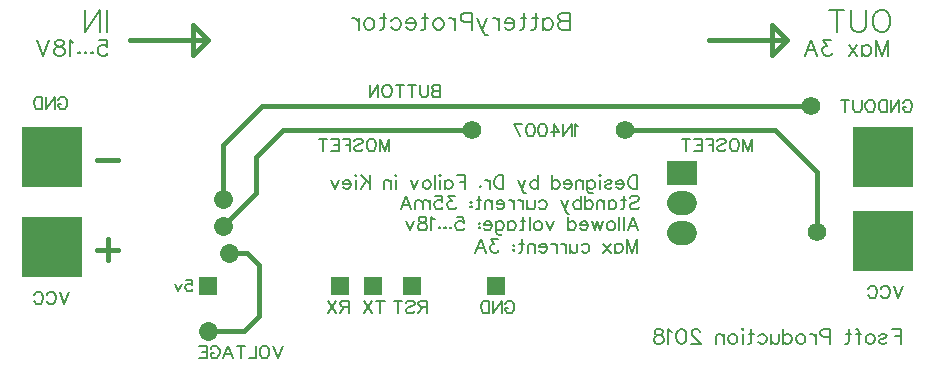
<source format=gbl>
G04 ---------------------------- Layer name :BOTTOM LAYER*
G04 EasyEDA v5.6.15, Thu, 09 Aug 2018 00:10:23 GMT*
G04 1eb12ba90bff44d893ac4b1b4a3eba8c*
G04 Gerber Generator version 0.2*
G04 Scale: 100 percent, Rotated: No, Reflected: No *
G04 Dimensions in millimeters *
G04 leading zeros omitted , absolute positions ,3 integer and 3 decimal *
%FSLAX33Y33*%
%MOMM*%
G90*
G71D02*

%ADD11C,0.399999*%
%ADD15C,0.177800*%
%ADD16C,0.203200*%
%ADD17C,0.178003*%
%ADD18C,1.575054*%
%ADD28R,2.499995X1.999996*%
%ADD29R,1.574800X1.574800*%
%ADD30R,1.574800X1.575054*%
%ADD31R,1.999996X1.999996*%
%ADD32C,1.574800*%
%ADD33C,1.999996*%
%ADD34C,1.575003*%

%LPD*%
G54D11*
G01X18034Y14478D02*
G01X18034Y19050D01*
G01X21336Y22352D01*
G01X68326Y22352D01*
G01X18542Y9906D02*
G01X20050Y9906D01*
G01X21079Y8879D01*
G01X21082Y4572D01*
G01X19812Y3302D01*
G01X16764Y3302D01*
G01X68326Y11684D02*
G01X68326Y16764D01*
G01X64770Y20320D01*
G01X52070Y20320D01*
G01X39116Y20320D02*
G01X23114Y20320D01*
G01X20828Y18034D01*
G01X20828Y14986D01*
G01X18034Y12192D01*
G01X59182Y27940D02*
G01X65786Y27940D01*
G01X64516Y29210D01*
G01X64516Y26670D01*
G01X65786Y27940D01*
G01X10160Y27940D02*
G01X16764Y27940D01*
G01X15494Y29210D01*
G01X15494Y26670D01*
G01X16764Y27940D01*
G01X7366Y17780D02*
G01X9144Y17780D01*
G01X7366Y10160D02*
G01X9144Y10160D01*
G01X8255Y9271D02*
G01X8255Y11049D01*
G54D17*
G01X36429Y24130D02*
G01X36429Y23080D01*
G01X36429Y24130D02*
G01X35979Y24130D01*
G01X35829Y24080D01*
G01X35779Y24030D01*
G01X35729Y23930D01*
G01X35729Y23830D01*
G01X35779Y23730D01*
G01X35829Y23680D01*
G01X35979Y23630D01*
G01X36429Y23630D02*
G01X35979Y23630D01*
G01X35829Y23580D01*
G01X35779Y23530D01*
G01X35729Y23430D01*
G01X35729Y23280D01*
G01X35779Y23180D01*
G01X35829Y23130D01*
G01X35979Y23080D01*
G01X36429Y23080D01*
G01X35399Y24130D02*
G01X35399Y23380D01*
G01X35349Y23230D01*
G01X35249Y23130D01*
G01X35099Y23080D01*
G01X34999Y23080D01*
G01X34849Y23130D01*
G01X34749Y23230D01*
G01X34699Y23380D01*
G01X34699Y24130D01*
G01X34019Y24130D02*
G01X34019Y23080D01*
G01X34369Y24130D02*
G01X33669Y24130D01*
G01X32989Y24130D02*
G01X32989Y23080D01*
G01X33339Y24130D02*
G01X32639Y24130D01*
G01X32009Y24130D02*
G01X32109Y24080D01*
G01X32209Y23980D01*
G01X32259Y23880D01*
G01X32309Y23730D01*
G01X32309Y23480D01*
G01X32259Y23330D01*
G01X32209Y23230D01*
G01X32109Y23130D01*
G01X32009Y23080D01*
G01X31809Y23080D01*
G01X31709Y23130D01*
G01X31609Y23230D01*
G01X31559Y23330D01*
G01X31509Y23480D01*
G01X31509Y23730D01*
G01X31559Y23880D01*
G01X31609Y23980D01*
G01X31709Y24080D01*
G01X31809Y24130D01*
G01X32009Y24130D01*
G01X31179Y24130D02*
G01X31179Y23080D01*
G01X31179Y24130D02*
G01X30479Y23080D01*
G01X30479Y24130D02*
G01X30479Y23080D01*
G01X62846Y19557D02*
G01X62846Y18507D01*
G01X62846Y19557D02*
G01X62446Y18507D01*
G01X62046Y19557D02*
G01X62446Y18507D01*
G01X62046Y19557D02*
G01X62046Y18507D01*
G01X61416Y19557D02*
G01X61516Y19507D01*
G01X61616Y19407D01*
G01X61665Y19307D01*
G01X61716Y19157D01*
G01X61716Y18907D01*
G01X61665Y18757D01*
G01X61616Y18657D01*
G01X61516Y18557D01*
G01X61416Y18507D01*
G01X61216Y18507D01*
G01X61116Y18557D01*
G01X61016Y18657D01*
G01X60965Y18757D01*
G01X60916Y18907D01*
G01X60916Y19157D01*
G01X60965Y19307D01*
G01X61016Y19407D01*
G01X61116Y19507D01*
G01X61216Y19557D01*
G01X61416Y19557D01*
G01X59886Y19407D02*
G01X59986Y19507D01*
G01X60135Y19557D01*
G01X60335Y19557D01*
G01X60486Y19507D01*
G01X60586Y19407D01*
G01X60586Y19307D01*
G01X60535Y19207D01*
G01X60486Y19157D01*
G01X60386Y19107D01*
G01X60086Y19007D01*
G01X59986Y18957D01*
G01X59935Y18907D01*
G01X59886Y18807D01*
G01X59886Y18657D01*
G01X59986Y18557D01*
G01X60135Y18507D01*
G01X60335Y18507D01*
G01X60486Y18557D01*
G01X60586Y18657D01*
G01X59555Y19557D02*
G01X59555Y18507D01*
G01X59555Y19557D02*
G01X58906Y19557D01*
G01X59555Y19057D02*
G01X59155Y19057D01*
G01X58576Y19557D02*
G01X58576Y18507D01*
G01X58576Y19557D02*
G01X57925Y19557D01*
G01X58576Y19057D02*
G01X58176Y19057D01*
G01X58576Y18507D02*
G01X57925Y18507D01*
G01X57246Y19557D02*
G01X57246Y18507D01*
G01X57595Y19557D02*
G01X56896Y19557D01*
G01X41938Y5592D02*
G01X41988Y5692D01*
G01X42088Y5792D01*
G01X42188Y5842D01*
G01X42388Y5842D01*
G01X42488Y5792D01*
G01X42588Y5692D01*
G01X42638Y5592D01*
G01X42688Y5442D01*
G01X42688Y5192D01*
G01X42638Y5042D01*
G01X42588Y4942D01*
G01X42488Y4842D01*
G01X42388Y4792D01*
G01X42188Y4792D01*
G01X42088Y4842D01*
G01X41988Y4942D01*
G01X41938Y5042D01*
G01X41938Y5192D01*
G01X42188Y5192D02*
G01X41938Y5192D01*
G01X41608Y5842D02*
G01X41608Y4792D01*
G01X41608Y5842D02*
G01X40908Y4792D01*
G01X40908Y5842D02*
G01X40908Y4792D01*
G01X40578Y5842D02*
G01X40578Y4792D01*
G01X40578Y5842D02*
G01X40228Y5842D01*
G01X40078Y5792D01*
G01X39978Y5692D01*
G01X39928Y5592D01*
G01X39878Y5442D01*
G01X39878Y5192D01*
G01X39928Y5042D01*
G01X39978Y4942D01*
G01X40078Y4842D01*
G01X40228Y4792D01*
G01X40578Y4792D01*
G01X35271Y5841D02*
G01X35271Y4791D01*
G01X35271Y5841D02*
G01X34821Y5841D01*
G01X34671Y5791D01*
G01X34621Y5741D01*
G01X34571Y5641D01*
G01X34571Y5541D01*
G01X34621Y5441D01*
G01X34671Y5391D01*
G01X34821Y5341D01*
G01X35271Y5341D01*
G01X34921Y5341D02*
G01X34571Y4791D01*
G01X33541Y5691D02*
G01X33641Y5791D01*
G01X33791Y5841D01*
G01X33991Y5841D01*
G01X34141Y5791D01*
G01X34241Y5691D01*
G01X34241Y5591D01*
G01X34191Y5491D01*
G01X34141Y5441D01*
G01X34041Y5391D01*
G01X33741Y5291D01*
G01X33641Y5241D01*
G01X33591Y5191D01*
G01X33541Y5091D01*
G01X33541Y4941D01*
G01X33641Y4841D01*
G01X33791Y4791D01*
G01X33991Y4791D01*
G01X34141Y4841D01*
G01X34241Y4941D01*
G01X32861Y5841D02*
G01X32861Y4791D01*
G01X33211Y5841D02*
G01X32511Y5841D01*
G01X31352Y5841D02*
G01X31352Y4791D01*
G01X31702Y5841D02*
G01X31002Y5841D01*
G01X30672Y5841D02*
G01X29972Y4791D01*
G01X29972Y5841D02*
G01X30672Y4791D01*
G01X28653Y5842D02*
G01X28653Y4791D01*
G01X28653Y5842D02*
G01X28203Y5842D01*
G01X28053Y5792D01*
G01X28003Y5742D01*
G01X27953Y5642D01*
G01X27953Y5542D01*
G01X28003Y5442D01*
G01X28053Y5392D01*
G01X28203Y5342D01*
G01X28653Y5342D01*
G01X28303Y5342D02*
G01X27953Y4791D01*
G01X27623Y5842D02*
G01X26923Y4791D01*
G01X26923Y5842D02*
G01X27623Y4791D01*
G01X4091Y22864D02*
G01X4141Y22964D01*
G01X4241Y23064D01*
G01X4341Y23114D01*
G01X4541Y23114D01*
G01X4641Y23064D01*
G01X4741Y22964D01*
G01X4791Y22864D01*
G01X4841Y22714D01*
G01X4841Y22464D01*
G01X4791Y22314D01*
G01X4741Y22214D01*
G01X4641Y22114D01*
G01X4541Y22064D01*
G01X4341Y22064D01*
G01X4241Y22114D01*
G01X4141Y22214D01*
G01X4091Y22314D01*
G01X4091Y22464D01*
G01X4341Y22464D02*
G01X4091Y22464D01*
G01X3761Y23114D02*
G01X3761Y22064D01*
G01X3761Y23114D02*
G01X3061Y22064D01*
G01X3061Y23114D02*
G01X3061Y22064D01*
G01X2731Y23114D02*
G01X2731Y22064D01*
G01X2731Y23114D02*
G01X2381Y23114D01*
G01X2231Y23064D01*
G01X2131Y22964D01*
G01X2081Y22864D01*
G01X2031Y22714D01*
G01X2031Y22464D01*
G01X2081Y22314D01*
G01X2131Y22214D01*
G01X2231Y22114D01*
G01X2381Y22064D01*
G01X2731Y22064D01*
G01X4991Y6603D02*
G01X4591Y5553D01*
G01X4191Y6603D02*
G01X4591Y5553D01*
G01X3111Y6353D02*
G01X3161Y6453D01*
G01X3261Y6553D01*
G01X3361Y6603D01*
G01X3561Y6603D01*
G01X3661Y6553D01*
G01X3761Y6453D01*
G01X3811Y6353D01*
G01X3861Y6203D01*
G01X3861Y5953D01*
G01X3811Y5803D01*
G01X3761Y5703D01*
G01X3661Y5603D01*
G01X3561Y5553D01*
G01X3361Y5553D01*
G01X3261Y5603D01*
G01X3161Y5703D01*
G01X3111Y5803D01*
G01X2032Y6353D02*
G01X2081Y6453D01*
G01X2181Y6553D01*
G01X2281Y6603D01*
G01X2481Y6603D01*
G01X2581Y6553D01*
G01X2681Y6453D01*
G01X2731Y6353D01*
G01X2781Y6203D01*
G01X2781Y5953D01*
G01X2731Y5803D01*
G01X2681Y5703D01*
G01X2581Y5603D01*
G01X2481Y5553D01*
G01X2281Y5553D01*
G01X2181Y5603D01*
G01X2081Y5703D01*
G01X2032Y5803D01*
G01X75603Y7112D02*
G01X75203Y6061D01*
G01X74803Y7112D02*
G01X75203Y6061D01*
G01X73723Y6861D02*
G01X73773Y6961D01*
G01X73873Y7061D01*
G01X73973Y7112D01*
G01X74173Y7112D01*
G01X74273Y7061D01*
G01X74373Y6961D01*
G01X74423Y6861D01*
G01X74473Y6712D01*
G01X74473Y6461D01*
G01X74423Y6312D01*
G01X74373Y6212D01*
G01X74273Y6112D01*
G01X74173Y6061D01*
G01X73973Y6061D01*
G01X73873Y6112D01*
G01X73773Y6212D01*
G01X73723Y6312D01*
G01X72643Y6861D02*
G01X72693Y6961D01*
G01X72793Y7061D01*
G01X72893Y7112D01*
G01X73093Y7112D01*
G01X73193Y7061D01*
G01X73293Y6961D01*
G01X73343Y6861D01*
G01X73393Y6712D01*
G01X73393Y6461D01*
G01X73343Y6312D01*
G01X73293Y6212D01*
G01X73193Y6112D01*
G01X73093Y6061D01*
G01X72893Y6061D01*
G01X72793Y6112D01*
G01X72693Y6212D01*
G01X72643Y6312D01*
G01X75608Y22609D02*
G01X75658Y22709D01*
G01X75758Y22809D01*
G01X75858Y22860D01*
G01X76058Y22860D01*
G01X76158Y22809D01*
G01X76258Y22709D01*
G01X76308Y22609D01*
G01X76358Y22460D01*
G01X76358Y22209D01*
G01X76308Y22060D01*
G01X76258Y21960D01*
G01X76158Y21860D01*
G01X76058Y21809D01*
G01X75858Y21809D01*
G01X75758Y21860D01*
G01X75658Y21960D01*
G01X75608Y22060D01*
G01X75608Y22209D01*
G01X75858Y22209D02*
G01X75608Y22209D01*
G01X75278Y22860D02*
G01X75278Y21809D01*
G01X75278Y22860D02*
G01X74578Y21809D01*
G01X74578Y22860D02*
G01X74578Y21809D01*
G01X74248Y22860D02*
G01X74248Y21809D01*
G01X74248Y22860D02*
G01X73898Y22860D01*
G01X73748Y22809D01*
G01X73648Y22709D01*
G01X73598Y22609D01*
G01X73548Y22460D01*
G01X73548Y22209D01*
G01X73598Y22060D01*
G01X73648Y21960D01*
G01X73748Y21860D01*
G01X73898Y21809D01*
G01X74248Y21809D01*
G01X72918Y22860D02*
G01X73018Y22809D01*
G01X73118Y22709D01*
G01X73168Y22609D01*
G01X73218Y22460D01*
G01X73218Y22209D01*
G01X73168Y22060D01*
G01X73118Y21960D01*
G01X73018Y21860D01*
G01X72918Y21809D01*
G01X72718Y21809D01*
G01X72618Y21860D01*
G01X72518Y21960D01*
G01X72468Y22060D01*
G01X72418Y22209D01*
G01X72418Y22460D01*
G01X72468Y22609D01*
G01X72518Y22709D01*
G01X72618Y22809D01*
G01X72718Y22860D01*
G01X72918Y22860D01*
G01X72088Y22860D02*
G01X72088Y22109D01*
G01X72038Y21960D01*
G01X71938Y21860D01*
G01X71788Y21809D01*
G01X71688Y21809D01*
G01X71538Y21860D01*
G01X71438Y21960D01*
G01X71388Y22109D01*
G01X71388Y22860D01*
G01X70708Y22860D02*
G01X70708Y21809D01*
G01X71058Y22860D02*
G01X70358Y22860D01*
G01X23081Y2031D02*
G01X22681Y981D01*
G01X22281Y2031D02*
G01X22681Y981D01*
G01X21652Y2031D02*
G01X21752Y1981D01*
G01X21852Y1881D01*
G01X21901Y1781D01*
G01X21952Y1631D01*
G01X21952Y1381D01*
G01X21901Y1231D01*
G01X21852Y1131D01*
G01X21752Y1031D01*
G01X21652Y981D01*
G01X21452Y981D01*
G01X21352Y1031D01*
G01X21252Y1131D01*
G01X21201Y1231D01*
G01X21152Y1381D01*
G01X21152Y1631D01*
G01X21201Y1781D01*
G01X21252Y1881D01*
G01X21352Y1981D01*
G01X21452Y2031D01*
G01X21652Y2031D01*
G01X20822Y2031D02*
G01X20822Y981D01*
G01X20822Y981D02*
G01X20222Y981D01*
G01X19541Y2031D02*
G01X19541Y981D01*
G01X19892Y2031D02*
G01X19192Y2031D01*
G01X18462Y2031D02*
G01X18862Y981D01*
G01X18462Y2031D02*
G01X18062Y981D01*
G01X18712Y1331D02*
G01X18212Y1331D01*
G01X16982Y1781D02*
G01X17031Y1881D01*
G01X17131Y1981D01*
G01X17231Y2031D01*
G01X17431Y2031D01*
G01X17531Y1981D01*
G01X17631Y1881D01*
G01X17682Y1781D01*
G01X17731Y1631D01*
G01X17731Y1381D01*
G01X17682Y1231D01*
G01X17631Y1131D01*
G01X17531Y1031D01*
G01X17431Y981D01*
G01X17231Y981D01*
G01X17131Y1031D01*
G01X17031Y1131D01*
G01X16982Y1231D01*
G01X16982Y1381D01*
G01X17231Y1381D02*
G01X16982Y1381D01*
G01X16652Y2031D02*
G01X16652Y981D01*
G01X16652Y2031D02*
G01X16002Y2031D01*
G01X16652Y1531D02*
G01X16252Y1531D01*
G01X16652Y981D02*
G01X16002Y981D01*
G54D15*
G01X14906Y7619D02*
G01X15360Y7619D01*
G01X15406Y7210D01*
G01X15360Y7256D01*
G01X15224Y7301D01*
G01X15088Y7301D01*
G01X14951Y7256D01*
G01X14860Y7165D01*
G01X14815Y7029D01*
G01X14815Y6938D01*
G01X14860Y6801D01*
G01X14951Y6710D01*
G01X15088Y6665D01*
G01X15224Y6665D01*
G01X15360Y6710D01*
G01X15406Y6756D01*
G01X15451Y6847D01*
G01X14515Y7301D02*
G01X14242Y6665D01*
G01X13970Y7301D02*
G01X14242Y6665D01*
G54D17*
G01X47365Y30226D02*
G01X47365Y28794D01*
G01X47365Y30226D02*
G01X46751Y30226D01*
G01X46546Y30157D01*
G01X46478Y30089D01*
G01X46410Y29953D01*
G01X46410Y29816D01*
G01X46478Y29680D01*
G01X46546Y29612D01*
G01X46751Y29544D01*
G01X47365Y29544D02*
G01X46751Y29544D01*
G01X46546Y29475D01*
G01X46478Y29407D01*
G01X46410Y29271D01*
G01X46410Y29066D01*
G01X46478Y28930D01*
G01X46546Y28862D01*
G01X46751Y28794D01*
G01X47365Y28794D01*
G01X45142Y29748D02*
G01X45142Y28794D01*
G01X45142Y29544D02*
G01X45278Y29680D01*
G01X45415Y29748D01*
G01X45619Y29748D01*
G01X45755Y29680D01*
G01X45892Y29544D01*
G01X45960Y29339D01*
G01X45960Y29203D01*
G01X45892Y28998D01*
G01X45755Y28862D01*
G01X45619Y28794D01*
G01X45415Y28794D01*
G01X45278Y28862D01*
G01X45142Y28998D01*
G01X44487Y30226D02*
G01X44487Y29066D01*
G01X44419Y28862D01*
G01X44283Y28794D01*
G01X44146Y28794D01*
G01X44692Y29748D02*
G01X44215Y29748D01*
G01X43492Y30226D02*
G01X43492Y29066D01*
G01X43424Y28862D01*
G01X43287Y28794D01*
G01X43151Y28794D01*
G01X43696Y29748D02*
G01X43219Y29748D01*
G01X42701Y29339D02*
G01X41883Y29339D01*
G01X41883Y29475D01*
G01X41951Y29612D01*
G01X42019Y29680D01*
G01X42155Y29748D01*
G01X42360Y29748D01*
G01X42496Y29680D01*
G01X42633Y29544D01*
G01X42701Y29339D01*
G01X42701Y29203D01*
G01X42633Y28998D01*
G01X42496Y28862D01*
G01X42360Y28794D01*
G01X42155Y28794D01*
G01X42019Y28862D01*
G01X41883Y28998D01*
G01X41433Y29748D02*
G01X41433Y28794D01*
G01X41433Y29339D02*
G01X41365Y29544D01*
G01X41228Y29680D01*
G01X41092Y29748D01*
G01X40887Y29748D01*
G01X40369Y29748D02*
G01X39960Y28794D01*
G01X39551Y29748D02*
G01X39960Y28794D01*
G01X40096Y28521D01*
G01X40233Y28385D01*
G01X40369Y28316D01*
G01X40437Y28316D01*
G01X39101Y30226D02*
G01X39101Y28794D01*
G01X39101Y30226D02*
G01X38487Y30226D01*
G01X38283Y30157D01*
G01X38215Y30089D01*
G01X38146Y29953D01*
G01X38146Y29748D01*
G01X38215Y29612D01*
G01X38283Y29544D01*
G01X38487Y29475D01*
G01X39101Y29475D01*
G01X37696Y29748D02*
G01X37696Y28794D01*
G01X37696Y29339D02*
G01X37628Y29544D01*
G01X37492Y29680D01*
G01X37356Y29748D01*
G01X37151Y29748D01*
G01X36360Y29748D02*
G01X36496Y29680D01*
G01X36633Y29544D01*
G01X36701Y29339D01*
G01X36701Y29203D01*
G01X36633Y28998D01*
G01X36496Y28862D01*
G01X36360Y28794D01*
G01X36156Y28794D01*
G01X36019Y28862D01*
G01X35883Y28998D01*
G01X35815Y29203D01*
G01X35815Y29339D01*
G01X35883Y29544D01*
G01X36019Y29680D01*
G01X36156Y29748D01*
G01X36360Y29748D01*
G01X35160Y30226D02*
G01X35160Y29066D01*
G01X35092Y28862D01*
G01X34956Y28794D01*
G01X34819Y28794D01*
G01X35365Y29748D02*
G01X34887Y29748D01*
G01X34369Y29339D02*
G01X33551Y29339D01*
G01X33551Y29475D01*
G01X33619Y29612D01*
G01X33687Y29680D01*
G01X33824Y29748D01*
G01X34028Y29748D01*
G01X34165Y29680D01*
G01X34301Y29544D01*
G01X34369Y29339D01*
G01X34369Y29203D01*
G01X34301Y28998D01*
G01X34165Y28862D01*
G01X34028Y28794D01*
G01X33824Y28794D01*
G01X33687Y28862D01*
G01X33551Y28998D01*
G01X32283Y29544D02*
G01X32419Y29680D01*
G01X32556Y29748D01*
G01X32760Y29748D01*
G01X32896Y29680D01*
G01X33033Y29544D01*
G01X33101Y29339D01*
G01X33101Y29203D01*
G01X33033Y28998D01*
G01X32896Y28862D01*
G01X32760Y28794D01*
G01X32556Y28794D01*
G01X32419Y28862D01*
G01X32283Y28998D01*
G01X31628Y30226D02*
G01X31628Y29066D01*
G01X31560Y28862D01*
G01X31424Y28794D01*
G01X31287Y28794D01*
G01X31833Y29748D02*
G01X31356Y29748D01*
G01X30496Y29748D02*
G01X30633Y29680D01*
G01X30769Y29544D01*
G01X30837Y29339D01*
G01X30837Y29203D01*
G01X30769Y28998D01*
G01X30633Y28862D01*
G01X30496Y28794D01*
G01X30292Y28794D01*
G01X30156Y28862D01*
G01X30019Y28998D01*
G01X29951Y29203D01*
G01X29951Y29339D01*
G01X30019Y29544D01*
G01X30156Y29680D01*
G01X30292Y29748D01*
G01X30496Y29748D01*
G01X29501Y29748D02*
G01X29501Y28794D01*
G01X29501Y29339D02*
G01X29433Y29544D01*
G01X29296Y29680D01*
G01X29160Y29748D01*
G01X28956Y29748D01*
G54D16*
G01X53108Y16455D02*
G01X53108Y15309D01*
G01X53108Y16455D02*
G01X52727Y16455D01*
G01X52563Y16400D01*
G01X52454Y16291D01*
G01X52399Y16182D01*
G01X52345Y16019D01*
G01X52345Y15746D01*
G01X52399Y15582D01*
G01X52454Y15473D01*
G01X52563Y15364D01*
G01X52727Y15309D01*
G01X53108Y15309D01*
G01X51985Y15746D02*
G01X51330Y15746D01*
G01X51330Y15855D01*
G01X51385Y15964D01*
G01X51439Y16019D01*
G01X51548Y16073D01*
G01X51712Y16073D01*
G01X51821Y16019D01*
G01X51930Y15909D01*
G01X51985Y15746D01*
G01X51985Y15637D01*
G01X51930Y15473D01*
G01X51821Y15364D01*
G01X51712Y15309D01*
G01X51548Y15309D01*
G01X51439Y15364D01*
G01X51330Y15473D01*
G01X50370Y15909D02*
G01X50425Y16019D01*
G01X50588Y16073D01*
G01X50752Y16073D01*
G01X50916Y16019D01*
G01X50970Y15909D01*
G01X50916Y15800D01*
G01X50807Y15746D01*
G01X50534Y15691D01*
G01X50425Y15637D01*
G01X50370Y15528D01*
G01X50370Y15473D01*
G01X50425Y15364D01*
G01X50588Y15309D01*
G01X50752Y15309D01*
G01X50916Y15364D01*
G01X50970Y15473D01*
G01X50010Y16455D02*
G01X49956Y16400D01*
G01X49901Y16455D01*
G01X49956Y16509D01*
G01X50010Y16455D01*
G01X49956Y16073D02*
G01X49956Y15309D01*
G01X48887Y16073D02*
G01X48887Y15200D01*
G01X48941Y15037D01*
G01X48996Y14982D01*
G01X49105Y14928D01*
G01X49268Y14928D01*
G01X49377Y14982D01*
G01X48887Y15909D02*
G01X48996Y16019D01*
G01X49105Y16073D01*
G01X49268Y16073D01*
G01X49377Y16019D01*
G01X49487Y15909D01*
G01X49541Y15746D01*
G01X49541Y15637D01*
G01X49487Y15473D01*
G01X49377Y15364D01*
G01X49268Y15309D01*
G01X49105Y15309D01*
G01X48996Y15364D01*
G01X48887Y15473D01*
G01X48527Y16073D02*
G01X48527Y15309D01*
G01X48527Y15855D02*
G01X48363Y16019D01*
G01X48254Y16073D01*
G01X48090Y16073D01*
G01X47981Y16019D01*
G01X47927Y15855D01*
G01X47927Y15309D01*
G01X47567Y15746D02*
G01X46912Y15746D01*
G01X46912Y15855D01*
G01X46967Y15964D01*
G01X47021Y16019D01*
G01X47130Y16073D01*
G01X47294Y16073D01*
G01X47403Y16019D01*
G01X47512Y15909D01*
G01X47567Y15746D01*
G01X47567Y15637D01*
G01X47512Y15473D01*
G01X47403Y15364D01*
G01X47294Y15309D01*
G01X47130Y15309D01*
G01X47021Y15364D01*
G01X46912Y15473D01*
G01X45897Y16455D02*
G01X45897Y15309D01*
G01X45897Y15909D02*
G01X46007Y16019D01*
G01X46116Y16073D01*
G01X46279Y16073D01*
G01X46388Y16019D01*
G01X46497Y15909D01*
G01X46552Y15746D01*
G01X46552Y15637D01*
G01X46497Y15473D01*
G01X46388Y15364D01*
G01X46279Y15309D01*
G01X46116Y15309D01*
G01X46007Y15364D01*
G01X45897Y15473D01*
G01X44697Y16455D02*
G01X44697Y15309D01*
G01X44697Y15909D02*
G01X44588Y16019D01*
G01X44479Y16073D01*
G01X44316Y16073D01*
G01X44207Y16019D01*
G01X44097Y15909D01*
G01X44043Y15746D01*
G01X44043Y15637D01*
G01X44097Y15473D01*
G01X44207Y15364D01*
G01X44316Y15309D01*
G01X44479Y15309D01*
G01X44588Y15364D01*
G01X44697Y15473D01*
G01X43628Y16073D02*
G01X43301Y15309D01*
G01X42974Y16073D02*
G01X43301Y15309D01*
G01X43410Y15091D01*
G01X43519Y14982D01*
G01X43628Y14928D01*
G01X43683Y14928D01*
G01X41774Y16455D02*
G01X41774Y15309D01*
G01X41774Y16455D02*
G01X41392Y16455D01*
G01X41228Y16400D01*
G01X41119Y16291D01*
G01X41065Y16182D01*
G01X41010Y16019D01*
G01X41010Y15746D01*
G01X41065Y15582D01*
G01X41119Y15473D01*
G01X41228Y15364D01*
G01X41392Y15309D01*
G01X41774Y15309D01*
G01X40650Y16073D02*
G01X40650Y15309D01*
G01X40650Y15746D02*
G01X40596Y15909D01*
G01X40487Y16019D01*
G01X40377Y16073D01*
G01X40214Y16073D01*
G01X39799Y15582D02*
G01X39854Y15528D01*
G01X39799Y15473D01*
G01X39745Y15528D01*
G01X39799Y15582D01*
G01X38545Y16455D02*
G01X38545Y15309D01*
G01X38545Y16455D02*
G01X37836Y16455D01*
G01X38545Y15909D02*
G01X38108Y15909D01*
G01X36821Y16073D02*
G01X36821Y15309D01*
G01X36821Y15909D02*
G01X36930Y16019D01*
G01X37039Y16073D01*
G01X37203Y16073D01*
G01X37312Y16019D01*
G01X37421Y15909D01*
G01X37476Y15746D01*
G01X37476Y15637D01*
G01X37421Y15473D01*
G01X37312Y15364D01*
G01X37203Y15309D01*
G01X37039Y15309D01*
G01X36930Y15364D01*
G01X36821Y15473D01*
G01X36461Y16455D02*
G01X36407Y16400D01*
G01X36352Y16455D01*
G01X36407Y16509D01*
G01X36461Y16455D01*
G01X36407Y16073D02*
G01X36407Y15309D01*
G01X35992Y16455D02*
G01X35992Y15309D01*
G01X35359Y16073D02*
G01X35468Y16019D01*
G01X35578Y15909D01*
G01X35632Y15746D01*
G01X35632Y15637D01*
G01X35578Y15473D01*
G01X35468Y15364D01*
G01X35359Y15309D01*
G01X35196Y15309D01*
G01X35087Y15364D01*
G01X34978Y15473D01*
G01X34923Y15637D01*
G01X34923Y15746D01*
G01X34978Y15909D01*
G01X35087Y16019D01*
G01X35196Y16073D01*
G01X35359Y16073D01*
G01X34563Y16073D02*
G01X34236Y15309D01*
G01X33908Y16073D02*
G01X34236Y15309D01*
G01X32708Y16455D02*
G01X32654Y16400D01*
G01X32599Y16455D01*
G01X32654Y16509D01*
G01X32708Y16455D01*
G01X32654Y16073D02*
G01X32654Y15309D01*
G01X32239Y16073D02*
G01X32239Y15309D01*
G01X32239Y15855D02*
G01X32076Y16019D01*
G01X31967Y16073D01*
G01X31803Y16073D01*
G01X31694Y16019D01*
G01X31639Y15855D01*
G01X31639Y15309D01*
G01X30439Y16455D02*
G01X30439Y15309D01*
G01X29676Y16455D02*
G01X30439Y15691D01*
G01X30167Y15964D02*
G01X29676Y15309D01*
G01X29316Y16455D02*
G01X29261Y16400D01*
G01X29207Y16455D01*
G01X29261Y16509D01*
G01X29316Y16455D01*
G01X29261Y16073D02*
G01X29261Y15309D01*
G01X28847Y15746D02*
G01X28192Y15746D01*
G01X28192Y15855D01*
G01X28247Y15964D01*
G01X28301Y16019D01*
G01X28410Y16073D01*
G01X28574Y16073D01*
G01X28683Y16019D01*
G01X28792Y15909D01*
G01X28847Y15746D01*
G01X28847Y15637D01*
G01X28792Y15473D01*
G01X28683Y15364D01*
G01X28574Y15309D01*
G01X28410Y15309D01*
G01X28301Y15364D01*
G01X28192Y15473D01*
G01X27832Y16073D02*
G01X27505Y15309D01*
G01X27178Y16073D02*
G01X27505Y15309D01*
G01X75412Y3455D02*
G01X75412Y2214D01*
G01X75412Y3455D02*
G01X74644Y3455D01*
G01X75412Y2864D02*
G01X74940Y2864D01*
G01X73604Y2864D02*
G01X73663Y2982D01*
G01X73841Y3041D01*
G01X74018Y3041D01*
G01X74195Y2982D01*
G01X74254Y2864D01*
G01X74195Y2746D01*
G01X74077Y2687D01*
G01X73781Y2628D01*
G01X73663Y2569D01*
G01X73604Y2451D01*
G01X73604Y2391D01*
G01X73663Y2273D01*
G01X73841Y2214D01*
G01X74018Y2214D01*
G01X74195Y2273D01*
G01X74254Y2391D01*
G01X72919Y3041D02*
G01X73037Y2982D01*
G01X73155Y2864D01*
G01X73214Y2687D01*
G01X73214Y2569D01*
G01X73155Y2391D01*
G01X73037Y2273D01*
G01X72919Y2214D01*
G01X72741Y2214D01*
G01X72623Y2273D01*
G01X72505Y2391D01*
G01X72446Y2569D01*
G01X72446Y2687D01*
G01X72505Y2864D01*
G01X72623Y2982D01*
G01X72741Y3041D01*
G01X72919Y3041D01*
G01X71583Y3455D02*
G01X71701Y3455D01*
G01X71820Y3396D01*
G01X71879Y3219D01*
G01X71879Y2214D01*
G01X72056Y3041D02*
G01X71642Y3041D01*
G01X71016Y3455D02*
G01X71016Y2451D01*
G01X70957Y2273D01*
G01X70839Y2214D01*
G01X70721Y2214D01*
G01X71193Y3041D02*
G01X70780Y3041D01*
G01X69421Y3455D02*
G01X69421Y2214D01*
G01X69421Y3455D02*
G01X68889Y3455D01*
G01X68711Y3396D01*
G01X68652Y3337D01*
G01X68593Y3219D01*
G01X68593Y3041D01*
G01X68652Y2923D01*
G01X68711Y2864D01*
G01X68889Y2805D01*
G01X69421Y2805D01*
G01X68203Y3041D02*
G01X68203Y2214D01*
G01X68203Y2687D02*
G01X68144Y2864D01*
G01X68026Y2982D01*
G01X67908Y3041D01*
G01X67731Y3041D01*
G01X67045Y3041D02*
G01X67163Y2982D01*
G01X67281Y2864D01*
G01X67341Y2687D01*
G01X67341Y2569D01*
G01X67281Y2391D01*
G01X67163Y2273D01*
G01X67045Y2214D01*
G01X66868Y2214D01*
G01X66750Y2273D01*
G01X66631Y2391D01*
G01X66572Y2569D01*
G01X66572Y2687D01*
G01X66631Y2864D01*
G01X66750Y2982D01*
G01X66868Y3041D01*
G01X67045Y3041D01*
G01X65473Y3455D02*
G01X65473Y2214D01*
G01X65473Y2864D02*
G01X65591Y2982D01*
G01X65710Y3041D01*
G01X65887Y3041D01*
G01X66005Y2982D01*
G01X66123Y2864D01*
G01X66182Y2687D01*
G01X66182Y2569D01*
G01X66123Y2391D01*
G01X66005Y2273D01*
G01X65887Y2214D01*
G01X65710Y2214D01*
G01X65591Y2273D01*
G01X65473Y2391D01*
G01X65083Y3041D02*
G01X65083Y2451D01*
G01X65024Y2273D01*
G01X64906Y2214D01*
G01X64729Y2214D01*
G01X64611Y2273D01*
G01X64433Y2451D01*
G01X64433Y3041D02*
G01X64433Y2214D01*
G01X63334Y2864D02*
G01X63452Y2982D01*
G01X63571Y3041D01*
G01X63748Y3041D01*
G01X63866Y2982D01*
G01X63984Y2864D01*
G01X64043Y2687D01*
G01X64043Y2569D01*
G01X63984Y2391D01*
G01X63866Y2273D01*
G01X63748Y2214D01*
G01X63571Y2214D01*
G01X63452Y2273D01*
G01X63334Y2391D01*
G01X62767Y3455D02*
G01X62767Y2451D01*
G01X62708Y2273D01*
G01X62590Y2214D01*
G01X62471Y2214D01*
G01X62944Y3041D02*
G01X62531Y3041D01*
G01X62081Y3455D02*
G01X62022Y3396D01*
G01X61963Y3455D01*
G01X62022Y3514D01*
G01X62081Y3455D01*
G01X62022Y3041D02*
G01X62022Y2214D01*
G01X61278Y3041D02*
G01X61396Y2982D01*
G01X61514Y2864D01*
G01X61573Y2687D01*
G01X61573Y2569D01*
G01X61514Y2391D01*
G01X61396Y2273D01*
G01X61278Y2214D01*
G01X61101Y2214D01*
G01X60982Y2273D01*
G01X60864Y2391D01*
G01X60805Y2569D01*
G01X60805Y2687D01*
G01X60864Y2864D01*
G01X60982Y2982D01*
G01X61101Y3041D01*
G01X61278Y3041D01*
G01X60415Y3041D02*
G01X60415Y2214D01*
G01X60415Y2805D02*
G01X60238Y2982D01*
G01X60120Y3041D01*
G01X59942Y3041D01*
G01X59824Y2982D01*
G01X59765Y2805D01*
G01X59765Y2214D01*
G01X58406Y3160D02*
G01X58406Y3219D01*
G01X58347Y3337D01*
G01X58288Y3396D01*
G01X58170Y3455D01*
G01X57933Y3455D01*
G01X57815Y3396D01*
G01X57756Y3337D01*
G01X57697Y3219D01*
G01X57697Y3101D01*
G01X57756Y2982D01*
G01X57874Y2805D01*
G01X58465Y2214D01*
G01X57638Y2214D01*
G01X56893Y3455D02*
G01X57071Y3396D01*
G01X57189Y3219D01*
G01X57248Y2923D01*
G01X57248Y2746D01*
G01X57189Y2451D01*
G01X57071Y2273D01*
G01X56893Y2214D01*
G01X56775Y2214D01*
G01X56598Y2273D01*
G01X56480Y2451D01*
G01X56421Y2746D01*
G01X56421Y2923D01*
G01X56480Y3219D01*
G01X56598Y3396D01*
G01X56775Y3455D01*
G01X56893Y3455D01*
G01X56031Y3219D02*
G01X55912Y3278D01*
G01X55735Y3455D01*
G01X55735Y2214D01*
G01X55050Y3455D02*
G01X55227Y3396D01*
G01X55286Y3278D01*
G01X55286Y3160D01*
G01X55227Y3041D01*
G01X55109Y2982D01*
G01X54872Y2923D01*
G01X54695Y2864D01*
G01X54577Y2746D01*
G01X54518Y2628D01*
G01X54518Y2451D01*
G01X54577Y2332D01*
G01X54636Y2273D01*
G01X54813Y2214D01*
G01X55050Y2214D01*
G01X55227Y2273D01*
G01X55286Y2332D01*
G01X55345Y2451D01*
G01X55345Y2628D01*
G01X55286Y2746D01*
G01X55168Y2864D01*
G01X54991Y2923D01*
G01X54754Y2982D01*
G01X54636Y3041D01*
G01X54577Y3160D01*
G01X54577Y3278D01*
G01X54636Y3396D01*
G01X54813Y3455D01*
G01X55050Y3455D01*
G01X52488Y14568D02*
G01X52597Y14677D01*
G01X52761Y14732D01*
G01X52979Y14732D01*
G01X53143Y14677D01*
G01X53252Y14568D01*
G01X53252Y14459D01*
G01X53197Y14350D01*
G01X53143Y14295D01*
G01X53033Y14241D01*
G01X52706Y14132D01*
G01X52597Y14077D01*
G01X52543Y14022D01*
G01X52488Y13913D01*
G01X52488Y13750D01*
G01X52597Y13641D01*
G01X52761Y13586D01*
G01X52979Y13586D01*
G01X53143Y13641D01*
G01X53252Y13750D01*
G01X51964Y14732D02*
G01X51964Y13804D01*
G01X51910Y13641D01*
G01X51801Y13586D01*
G01X51692Y13586D01*
G01X52128Y14350D02*
G01X51746Y14350D01*
G01X50677Y14350D02*
G01X50677Y13586D01*
G01X50677Y14186D02*
G01X50786Y14295D01*
G01X50895Y14350D01*
G01X51059Y14350D01*
G01X51168Y14295D01*
G01X51277Y14186D01*
G01X51332Y14022D01*
G01X51332Y13913D01*
G01X51277Y13750D01*
G01X51168Y13641D01*
G01X51059Y13586D01*
G01X50895Y13586D01*
G01X50786Y13641D01*
G01X50677Y13750D01*
G01X50317Y14350D02*
G01X50317Y13586D01*
G01X50317Y14132D02*
G01X50154Y14295D01*
G01X50044Y14350D01*
G01X49881Y14350D01*
G01X49772Y14295D01*
G01X49717Y14132D01*
G01X49717Y13586D01*
G01X48703Y14732D02*
G01X48703Y13586D01*
G01X48703Y14186D02*
G01X48812Y14295D01*
G01X48921Y14350D01*
G01X49084Y14350D01*
G01X49193Y14295D01*
G01X49303Y14186D01*
G01X49357Y14022D01*
G01X49357Y13913D01*
G01X49303Y13750D01*
G01X49193Y13641D01*
G01X49084Y13586D01*
G01X48921Y13586D01*
G01X48812Y13641D01*
G01X48703Y13750D01*
G01X48343Y14732D02*
G01X48343Y13586D01*
G01X48343Y14186D02*
G01X48233Y14295D01*
G01X48124Y14350D01*
G01X47961Y14350D01*
G01X47852Y14295D01*
G01X47743Y14186D01*
G01X47688Y14022D01*
G01X47688Y13913D01*
G01X47743Y13750D01*
G01X47852Y13641D01*
G01X47961Y13586D01*
G01X48124Y13586D01*
G01X48233Y13641D01*
G01X48343Y13750D01*
G01X47273Y14350D02*
G01X46946Y13586D01*
G01X46619Y14350D02*
G01X46946Y13586D01*
G01X47055Y13368D01*
G01X47164Y13259D01*
G01X47273Y13204D01*
G01X47328Y13204D01*
G01X44764Y14186D02*
G01X44874Y14295D01*
G01X44983Y14350D01*
G01X45146Y14350D01*
G01X45255Y14295D01*
G01X45364Y14186D01*
G01X45419Y14022D01*
G01X45419Y13913D01*
G01X45364Y13750D01*
G01X45255Y13641D01*
G01X45146Y13586D01*
G01X44983Y13586D01*
G01X44874Y13641D01*
G01X44764Y13750D01*
G01X44404Y14350D02*
G01X44404Y13804D01*
G01X44350Y13641D01*
G01X44241Y13586D01*
G01X44077Y13586D01*
G01X43968Y13641D01*
G01X43804Y13804D01*
G01X43804Y14350D02*
G01X43804Y13586D01*
G01X43444Y14350D02*
G01X43444Y13586D01*
G01X43444Y14022D02*
G01X43390Y14186D01*
G01X43281Y14295D01*
G01X43172Y14350D01*
G01X43008Y14350D01*
G01X42648Y14350D02*
G01X42648Y13586D01*
G01X42648Y14022D02*
G01X42593Y14186D01*
G01X42484Y14295D01*
G01X42375Y14350D01*
G01X42212Y14350D01*
G01X41852Y14022D02*
G01X41197Y14022D01*
G01X41197Y14132D01*
G01X41252Y14241D01*
G01X41306Y14295D01*
G01X41415Y14350D01*
G01X41579Y14350D01*
G01X41688Y14295D01*
G01X41797Y14186D01*
G01X41852Y14022D01*
G01X41852Y13913D01*
G01X41797Y13750D01*
G01X41688Y13641D01*
G01X41579Y13586D01*
G01X41415Y13586D01*
G01X41306Y13641D01*
G01X41197Y13750D01*
G01X40837Y14350D02*
G01X40837Y13586D01*
G01X40837Y14132D02*
G01X40674Y14295D01*
G01X40564Y14350D01*
G01X40401Y14350D01*
G01X40292Y14295D01*
G01X40237Y14132D01*
G01X40237Y13586D01*
G01X39714Y14732D02*
G01X39714Y13804D01*
G01X39659Y13641D01*
G01X39550Y13586D01*
G01X39441Y13586D01*
G01X39877Y14350D02*
G01X39495Y14350D01*
G01X39026Y14241D02*
G01X39081Y14186D01*
G01X39026Y14132D01*
G01X38972Y14186D01*
G01X39026Y14241D01*
G01X39026Y13859D02*
G01X39081Y13804D01*
G01X39026Y13750D01*
G01X38972Y13804D01*
G01X39026Y13859D01*
G01X37663Y14732D02*
G01X37063Y14732D01*
G01X37390Y14295D01*
G01X37226Y14295D01*
G01X37117Y14241D01*
G01X37063Y14186D01*
G01X37008Y14022D01*
G01X37008Y13913D01*
G01X37063Y13750D01*
G01X37172Y13641D01*
G01X37335Y13586D01*
G01X37499Y13586D01*
G01X37663Y13641D01*
G01X37717Y13695D01*
G01X37772Y13804D01*
G01X35994Y14732D02*
G01X36539Y14732D01*
G01X36594Y14241D01*
G01X36539Y14295D01*
G01X36375Y14350D01*
G01X36212Y14350D01*
G01X36048Y14295D01*
G01X35939Y14186D01*
G01X35884Y14022D01*
G01X35884Y13913D01*
G01X35939Y13750D01*
G01X36048Y13641D01*
G01X36212Y13586D01*
G01X36375Y13586D01*
G01X36539Y13641D01*
G01X36594Y13695D01*
G01X36648Y13804D01*
G01X35524Y14350D02*
G01X35524Y13586D01*
G01X35524Y14132D02*
G01X35361Y14295D01*
G01X35252Y14350D01*
G01X35088Y14350D01*
G01X34979Y14295D01*
G01X34924Y14132D01*
G01X34924Y13586D01*
G01X34924Y14132D02*
G01X34761Y14295D01*
G01X34652Y14350D01*
G01X34488Y14350D01*
G01X34379Y14295D01*
G01X34324Y14132D01*
G01X34324Y13586D01*
G01X33528Y14732D02*
G01X33964Y13586D01*
G01X33528Y14732D02*
G01X33092Y13586D01*
G01X33801Y13968D02*
G01X33255Y13968D01*
G01X52749Y12954D02*
G01X53186Y11808D01*
G01X52749Y12954D02*
G01X52313Y11808D01*
G01X53022Y12190D02*
G01X52477Y12190D01*
G01X51953Y12954D02*
G01X51953Y11808D01*
G01X51593Y12954D02*
G01X51593Y11808D01*
G01X50960Y12572D02*
G01X51069Y12517D01*
G01X51178Y12408D01*
G01X51233Y12244D01*
G01X51233Y12135D01*
G01X51178Y11972D01*
G01X51069Y11863D01*
G01X50960Y11808D01*
G01X50797Y11808D01*
G01X50688Y11863D01*
G01X50578Y11972D01*
G01X50524Y12135D01*
G01X50524Y12244D01*
G01X50578Y12408D01*
G01X50688Y12517D01*
G01X50797Y12572D01*
G01X50960Y12572D01*
G01X50164Y12572D02*
G01X49946Y11808D01*
G01X49728Y12572D02*
G01X49946Y11808D01*
G01X49728Y12572D02*
G01X49509Y11808D01*
G01X49291Y12572D02*
G01X49509Y11808D01*
G01X48931Y12244D02*
G01X48277Y12244D01*
G01X48277Y12354D01*
G01X48331Y12463D01*
G01X48386Y12517D01*
G01X48495Y12572D01*
G01X48658Y12572D01*
G01X48768Y12517D01*
G01X48877Y12408D01*
G01X48931Y12244D01*
G01X48931Y12135D01*
G01X48877Y11972D01*
G01X48768Y11863D01*
G01X48658Y11808D01*
G01X48495Y11808D01*
G01X48386Y11863D01*
G01X48277Y11972D01*
G01X47262Y12954D02*
G01X47262Y11808D01*
G01X47262Y12408D02*
G01X47371Y12517D01*
G01X47480Y12572D01*
G01X47644Y12572D01*
G01X47753Y12517D01*
G01X47862Y12408D01*
G01X47917Y12244D01*
G01X47917Y12135D01*
G01X47862Y11972D01*
G01X47753Y11863D01*
G01X47644Y11808D01*
G01X47480Y11808D01*
G01X47371Y11863D01*
G01X47262Y11972D01*
G01X46062Y12572D02*
G01X45735Y11808D01*
G01X45408Y12572D02*
G01X45735Y11808D01*
G01X44775Y12572D02*
G01X44884Y12517D01*
G01X44993Y12408D01*
G01X45048Y12244D01*
G01X45048Y12135D01*
G01X44993Y11972D01*
G01X44884Y11863D01*
G01X44775Y11808D01*
G01X44611Y11808D01*
G01X44502Y11863D01*
G01X44393Y11972D01*
G01X44338Y12135D01*
G01X44338Y12244D01*
G01X44393Y12408D01*
G01X44502Y12517D01*
G01X44611Y12572D01*
G01X44775Y12572D01*
G01X43978Y12954D02*
G01X43978Y11808D01*
G01X43455Y12954D02*
G01X43455Y12026D01*
G01X43400Y11863D01*
G01X43291Y11808D01*
G01X43182Y11808D01*
G01X43618Y12572D02*
G01X43237Y12572D01*
G01X42168Y12572D02*
G01X42168Y11808D01*
G01X42168Y12408D02*
G01X42277Y12517D01*
G01X42386Y12572D01*
G01X42549Y12572D01*
G01X42658Y12517D01*
G01X42768Y12408D01*
G01X42822Y12244D01*
G01X42822Y12135D01*
G01X42768Y11972D01*
G01X42658Y11863D01*
G01X42549Y11808D01*
G01X42386Y11808D01*
G01X42277Y11863D01*
G01X42168Y11972D01*
G01X41153Y12572D02*
G01X41153Y11699D01*
G01X41208Y11535D01*
G01X41262Y11481D01*
G01X41371Y11426D01*
G01X41535Y11426D01*
G01X41644Y11481D01*
G01X41153Y12408D02*
G01X41262Y12517D01*
G01X41371Y12572D01*
G01X41535Y12572D01*
G01X41644Y12517D01*
G01X41753Y12408D01*
G01X41808Y12244D01*
G01X41808Y12135D01*
G01X41753Y11972D01*
G01X41644Y11863D01*
G01X41535Y11808D01*
G01X41371Y11808D01*
G01X41262Y11863D01*
G01X41153Y11972D01*
G01X40793Y12244D02*
G01X40138Y12244D01*
G01X40138Y12354D01*
G01X40193Y12463D01*
G01X40248Y12517D01*
G01X40357Y12572D01*
G01X40520Y12572D01*
G01X40629Y12517D01*
G01X40738Y12408D01*
G01X40793Y12244D01*
G01X40793Y12135D01*
G01X40738Y11972D01*
G01X40629Y11863D01*
G01X40520Y11808D01*
G01X40357Y11808D01*
G01X40248Y11863D01*
G01X40138Y11972D01*
G01X39724Y12463D02*
G01X39778Y12408D01*
G01X39724Y12354D01*
G01X39669Y12408D01*
G01X39724Y12463D01*
G01X39724Y12081D02*
G01X39778Y12026D01*
G01X39724Y11972D01*
G01X39669Y12026D01*
G01X39724Y12081D01*
G01X37815Y12954D02*
G01X38360Y12954D01*
G01X38415Y12463D01*
G01X38360Y12517D01*
G01X38197Y12572D01*
G01X38033Y12572D01*
G01X37869Y12517D01*
G01X37760Y12408D01*
G01X37706Y12244D01*
G01X37706Y12135D01*
G01X37760Y11972D01*
G01X37869Y11863D01*
G01X38033Y11808D01*
G01X38197Y11808D01*
G01X38360Y11863D01*
G01X38415Y11917D01*
G01X38469Y12026D01*
G01X37291Y12081D02*
G01X37346Y12026D01*
G01X37291Y11972D01*
G01X37237Y12026D01*
G01X37291Y12081D01*
G01X36822Y12081D02*
G01X36877Y12026D01*
G01X36822Y11972D01*
G01X36768Y12026D01*
G01X36822Y12081D01*
G01X36353Y12081D02*
G01X36408Y12026D01*
G01X36353Y11972D01*
G01X36298Y12026D01*
G01X36353Y12081D01*
G01X35938Y12735D02*
G01X35829Y12790D01*
G01X35666Y12954D01*
G01X35666Y11808D01*
G01X35033Y12954D02*
G01X35197Y12899D01*
G01X35251Y12790D01*
G01X35251Y12681D01*
G01X35197Y12572D01*
G01X35088Y12517D01*
G01X34869Y12463D01*
G01X34706Y12408D01*
G01X34597Y12299D01*
G01X34542Y12190D01*
G01X34542Y12026D01*
G01X34597Y11917D01*
G01X34651Y11863D01*
G01X34815Y11808D01*
G01X35033Y11808D01*
G01X35197Y11863D01*
G01X35251Y11917D01*
G01X35306Y12026D01*
G01X35306Y12190D01*
G01X35251Y12299D01*
G01X35142Y12408D01*
G01X34978Y12463D01*
G01X34760Y12517D01*
G01X34651Y12572D01*
G01X34597Y12681D01*
G01X34597Y12790D01*
G01X34651Y12899D01*
G01X34815Y12954D01*
G01X35033Y12954D01*
G01X34182Y12572D02*
G01X33855Y11808D01*
G01X33528Y12572D02*
G01X33855Y11808D01*
G01X53086Y11068D02*
G01X53086Y9923D01*
G01X53086Y11068D02*
G01X52649Y9923D01*
G01X52213Y11068D02*
G01X52649Y9923D01*
G01X52213Y11068D02*
G01X52213Y9923D01*
G01X51198Y10686D02*
G01X51198Y9923D01*
G01X51198Y10523D02*
G01X51307Y10632D01*
G01X51416Y10686D01*
G01X51580Y10686D01*
G01X51689Y10632D01*
G01X51798Y10523D01*
G01X51853Y10359D01*
G01X51853Y10250D01*
G01X51798Y10086D01*
G01X51689Y9977D01*
G01X51580Y9923D01*
G01X51416Y9923D01*
G01X51307Y9977D01*
G01X51198Y10086D01*
G01X50838Y10686D02*
G01X50238Y9923D01*
G01X50238Y10686D02*
G01X50838Y9923D01*
G01X48384Y10523D02*
G01X48493Y10632D01*
G01X48602Y10686D01*
G01X48766Y10686D01*
G01X48875Y10632D01*
G01X48984Y10523D01*
G01X49038Y10359D01*
G01X49038Y10250D01*
G01X48984Y10086D01*
G01X48875Y9977D01*
G01X48766Y9923D01*
G01X48602Y9923D01*
G01X48493Y9977D01*
G01X48384Y10086D01*
G01X48024Y10686D02*
G01X48024Y10141D01*
G01X47969Y9977D01*
G01X47860Y9923D01*
G01X47696Y9923D01*
G01X47587Y9977D01*
G01X47424Y10141D01*
G01X47424Y10686D02*
G01X47424Y9923D01*
G01X47064Y10686D02*
G01X47064Y9923D01*
G01X47064Y10359D02*
G01X47009Y10523D01*
G01X46900Y10632D01*
G01X46791Y10686D01*
G01X46627Y10686D01*
G01X46267Y10686D02*
G01X46267Y9923D01*
G01X46267Y10359D02*
G01X46213Y10523D01*
G01X46104Y10632D01*
G01X45995Y10686D01*
G01X45831Y10686D01*
G01X45471Y10359D02*
G01X44816Y10359D01*
G01X44816Y10468D01*
G01X44871Y10577D01*
G01X44926Y10632D01*
G01X45035Y10686D01*
G01X45198Y10686D01*
G01X45307Y10632D01*
G01X45416Y10523D01*
G01X45471Y10359D01*
G01X45471Y10250D01*
G01X45416Y10086D01*
G01X45307Y9977D01*
G01X45198Y9923D01*
G01X45035Y9923D01*
G01X44926Y9977D01*
G01X44816Y10086D01*
G01X44456Y10686D02*
G01X44456Y9923D01*
G01X44456Y10468D02*
G01X44293Y10632D01*
G01X44184Y10686D01*
G01X44020Y10686D01*
G01X43911Y10632D01*
G01X43856Y10468D01*
G01X43856Y9923D01*
G01X43333Y11068D02*
G01X43333Y10141D01*
G01X43278Y9977D01*
G01X43169Y9923D01*
G01X43060Y9923D01*
G01X43496Y10686D02*
G01X43115Y10686D01*
G01X42646Y10577D02*
G01X42700Y10523D01*
G01X42646Y10468D01*
G01X42591Y10523D01*
G01X42646Y10577D01*
G01X42646Y10195D02*
G01X42700Y10141D01*
G01X42646Y10086D01*
G01X42591Y10141D01*
G01X42646Y10195D01*
G01X41282Y11068D02*
G01X40682Y11068D01*
G01X41009Y10632D01*
G01X40846Y10632D01*
G01X40736Y10577D01*
G01X40682Y10523D01*
G01X40627Y10359D01*
G01X40627Y10250D01*
G01X40682Y10086D01*
G01X40791Y9977D01*
G01X40955Y9923D01*
G01X41118Y9923D01*
G01X41282Y9977D01*
G01X41336Y10032D01*
G01X41391Y10141D01*
G01X39831Y11068D02*
G01X40267Y9923D01*
G01X39831Y11068D02*
G01X39395Y9923D01*
G01X40104Y10304D02*
G01X39558Y10304D01*
G54D17*
G01X32111Y19558D02*
G01X32111Y18507D01*
G01X32111Y19558D02*
G01X31711Y18507D01*
G01X31311Y19558D02*
G01X31711Y18507D01*
G01X31311Y19558D02*
G01X31311Y18507D01*
G01X30681Y19558D02*
G01X30781Y19507D01*
G01X30881Y19407D01*
G01X30931Y19307D01*
G01X30981Y19158D01*
G01X30981Y18907D01*
G01X30931Y18758D01*
G01X30881Y18658D01*
G01X30781Y18558D01*
G01X30681Y18507D01*
G01X30481Y18507D01*
G01X30381Y18558D01*
G01X30281Y18658D01*
G01X30231Y18758D01*
G01X30181Y18907D01*
G01X30181Y19158D01*
G01X30231Y19307D01*
G01X30281Y19407D01*
G01X30381Y19507D01*
G01X30481Y19558D01*
G01X30681Y19558D01*
G01X29151Y19407D02*
G01X29251Y19507D01*
G01X29401Y19558D01*
G01X29601Y19558D01*
G01X29751Y19507D01*
G01X29851Y19407D01*
G01X29851Y19307D01*
G01X29801Y19207D01*
G01X29751Y19158D01*
G01X29651Y19107D01*
G01X29351Y19007D01*
G01X29251Y18958D01*
G01X29201Y18907D01*
G01X29151Y18807D01*
G01X29151Y18658D01*
G01X29251Y18558D01*
G01X29401Y18507D01*
G01X29601Y18507D01*
G01X29751Y18558D01*
G01X29851Y18658D01*
G01X28821Y19558D02*
G01X28821Y18507D01*
G01X28821Y19558D02*
G01X28171Y19558D01*
G01X28821Y19058D02*
G01X28421Y19058D01*
G01X27841Y19558D02*
G01X27841Y18507D01*
G01X27841Y19558D02*
G01X27191Y19558D01*
G01X27841Y19058D02*
G01X27441Y19058D01*
G01X27841Y18507D02*
G01X27191Y18507D01*
G01X26511Y19558D02*
G01X26511Y18507D01*
G01X26861Y19558D02*
G01X26161Y19558D01*
G01X48122Y20628D02*
G01X48022Y20677D01*
G01X47871Y20828D01*
G01X47871Y19777D01*
G01X47541Y20828D02*
G01X47541Y19777D01*
G01X47541Y20828D02*
G01X46841Y19777D01*
G01X46841Y20828D02*
G01X46841Y19777D01*
G01X46011Y20828D02*
G01X46511Y20128D01*
G01X45761Y20128D01*
G01X46011Y20828D02*
G01X46011Y19777D01*
G01X45131Y20828D02*
G01X45282Y20777D01*
G01X45382Y20628D01*
G01X45431Y20377D01*
G01X45431Y20228D01*
G01X45382Y19977D01*
G01X45282Y19828D01*
G01X45131Y19777D01*
G01X45031Y19777D01*
G01X44882Y19828D01*
G01X44782Y19977D01*
G01X44731Y20228D01*
G01X44731Y20377D01*
G01X44782Y20628D01*
G01X44882Y20777D01*
G01X45031Y20828D01*
G01X45131Y20828D01*
G01X44101Y20828D02*
G01X44252Y20777D01*
G01X44352Y20628D01*
G01X44401Y20377D01*
G01X44401Y20228D01*
G01X44352Y19977D01*
G01X44252Y19828D01*
G01X44101Y19777D01*
G01X44001Y19777D01*
G01X43852Y19828D01*
G01X43752Y19977D01*
G01X43701Y20228D01*
G01X43701Y20377D01*
G01X43752Y20628D01*
G01X43852Y20777D01*
G01X44001Y20828D01*
G01X44101Y20828D01*
G01X42672Y20828D02*
G01X43171Y19777D01*
G01X43371Y20828D02*
G01X42672Y20828D01*
G54D15*
G01X73996Y30480D02*
G01X74178Y30389D01*
G01X74360Y30207D01*
G01X74451Y30025D01*
G01X74541Y29752D01*
G01X74541Y29298D01*
G01X74451Y29025D01*
G01X74360Y28843D01*
G01X74178Y28661D01*
G01X73996Y28570D01*
G01X73632Y28570D01*
G01X73451Y28661D01*
G01X73269Y28843D01*
G01X73178Y29025D01*
G01X73087Y29298D01*
G01X73087Y29752D01*
G01X73178Y30025D01*
G01X73269Y30207D01*
G01X73451Y30389D01*
G01X73632Y30480D01*
G01X73996Y30480D01*
G01X72487Y30480D02*
G01X72487Y29116D01*
G01X72396Y28843D01*
G01X72214Y28661D01*
G01X71941Y28570D01*
G01X71760Y28570D01*
G01X71487Y28661D01*
G01X71305Y28843D01*
G01X71214Y29116D01*
G01X71214Y30480D01*
G01X69978Y30480D02*
G01X69978Y28570D01*
G01X70614Y30480D02*
G01X69341Y30480D01*
G54D16*
G01X8222Y30480D02*
G01X8222Y28570D01*
G01X7622Y30480D02*
G01X7622Y28570D01*
G01X7622Y30480D02*
G01X6350Y28570D01*
G01X6350Y30480D02*
G01X6350Y28570D01*
G01X7542Y27940D02*
G01X8178Y27940D01*
G01X8242Y27367D01*
G01X8178Y27430D01*
G01X7987Y27494D01*
G01X7796Y27494D01*
G01X7605Y27430D01*
G01X7478Y27303D01*
G01X7415Y27112D01*
G01X7415Y26985D01*
G01X7478Y26794D01*
G01X7605Y26667D01*
G01X7796Y26603D01*
G01X7987Y26603D01*
G01X8178Y26667D01*
G01X8242Y26730D01*
G01X8305Y26858D01*
G01X6931Y26921D02*
G01X6995Y26858D01*
G01X6931Y26794D01*
G01X6867Y26858D01*
G01X6931Y26921D01*
G01X6384Y26921D02*
G01X6447Y26858D01*
G01X6384Y26794D01*
G01X6320Y26858D01*
G01X6384Y26921D01*
G01X5836Y26921D02*
G01X5900Y26858D01*
G01X5836Y26794D01*
G01X5773Y26858D01*
G01X5836Y26921D01*
G01X5353Y27685D02*
G01X5225Y27749D01*
G01X5035Y27940D01*
G01X5035Y26603D01*
G01X4296Y27940D02*
G01X4487Y27876D01*
G01X4551Y27749D01*
G01X4551Y27621D01*
G01X4487Y27494D01*
G01X4360Y27430D01*
G01X4105Y27367D01*
G01X3915Y27303D01*
G01X3787Y27176D01*
G01X3724Y27049D01*
G01X3724Y26858D01*
G01X3787Y26730D01*
G01X3851Y26667D01*
G01X4042Y26603D01*
G01X4296Y26603D01*
G01X4487Y26667D01*
G01X4551Y26730D01*
G01X4615Y26858D01*
G01X4615Y27049D01*
G01X4551Y27176D01*
G01X4424Y27303D01*
G01X4233Y27367D01*
G01X3978Y27430D01*
G01X3851Y27494D01*
G01X3787Y27621D01*
G01X3787Y27749D01*
G01X3851Y27876D01*
G01X4042Y27940D01*
G01X4296Y27940D01*
G01X3304Y27940D02*
G01X2795Y26603D01*
G01X2285Y27940D02*
G01X2795Y26603D01*
G01X74360Y27940D02*
G01X74360Y26603D01*
G01X74360Y27940D02*
G01X73851Y26603D01*
G01X73342Y27940D02*
G01X73851Y26603D01*
G01X73342Y27940D02*
G01X73342Y26603D01*
G01X72159Y27494D02*
G01X72159Y26603D01*
G01X72159Y27303D02*
G01X72286Y27430D01*
G01X72413Y27494D01*
G01X72604Y27494D01*
G01X72731Y27430D01*
G01X72859Y27303D01*
G01X72922Y27112D01*
G01X72922Y26985D01*
G01X72859Y26794D01*
G01X72731Y26667D01*
G01X72604Y26603D01*
G01X72413Y26603D01*
G01X72286Y26667D01*
G01X72159Y26794D01*
G01X71739Y27494D02*
G01X71039Y26603D01*
G01X71039Y27494D02*
G01X71739Y26603D01*
G01X69511Y27940D02*
G01X68811Y27940D01*
G01X69193Y27430D01*
G01X69002Y27430D01*
G01X68875Y27367D01*
G01X68811Y27303D01*
G01X68748Y27112D01*
G01X68748Y26985D01*
G01X68811Y26794D01*
G01X68939Y26667D01*
G01X69129Y26603D01*
G01X69320Y26603D01*
G01X69511Y26667D01*
G01X69575Y26730D01*
G01X69639Y26858D01*
G01X67819Y27940D02*
G01X68328Y26603D01*
G01X67819Y27940D02*
G01X67309Y26603D01*
G01X68137Y27049D02*
G01X67500Y27049D01*
G54D28*
G01X56896Y16637D03*
G54D29*
G01X27940Y7112D03*
G01X30734Y7112D03*
G01X34036Y7112D03*
G54D30*
G01X41148Y7112D03*
G54D29*
G01X16764Y7112D03*
G54D18*
G01X67818Y22352D03*
G01X68326Y11684D03*
G54D31*
G01X3556Y18034D03*
G01X5080Y18034D03*
G01X2032Y18034D03*
G01X3556Y16510D03*
G01X5080Y16510D03*
G01X2032Y16510D03*
G01X3556Y19558D03*
G01X5080Y19558D03*
G01X2032Y19558D03*
G01X3556Y10414D03*
G01X5080Y10414D03*
G01X2032Y10414D03*
G01X3556Y8890D03*
G01X5080Y8890D03*
G01X2032Y8890D03*
G01X3556Y11938D03*
G01X5080Y11938D03*
G01X2032Y11938D03*
G01X73914Y10922D03*
G01X75438Y10922D03*
G01X72390Y10922D03*
G01X73914Y9398D03*
G01X75438Y9398D03*
G01X72390Y9398D03*
G01X73914Y12446D03*
G01X75438Y12446D03*
G01X72390Y12446D03*
G01X73914Y18034D03*
G01X75438Y18034D03*
G01X72390Y18034D03*
G01X73914Y16510D03*
G01X75438Y16510D03*
G01X72390Y16510D03*
G01X73914Y19558D03*
G01X75438Y19558D03*
G01X72390Y19558D03*
G54D32*
G01X52070Y20320D03*
G01X39116Y20320D03*
G54D33*
G01X57145Y11557D02*
G01X56646Y11557D01*
G01X57145Y14097D02*
G01X56646Y14097D01*
G54D34*
G01X18034Y14478D02*
G01X18033Y14478D01*
G54D18*
G01X18034Y12192D02*
G01X18034Y12192D01*
G01X18542Y9906D02*
G01X18542Y9906D01*
G01X16764Y3302D02*
G01X16764Y3302D01*
M00*
M02*

</source>
